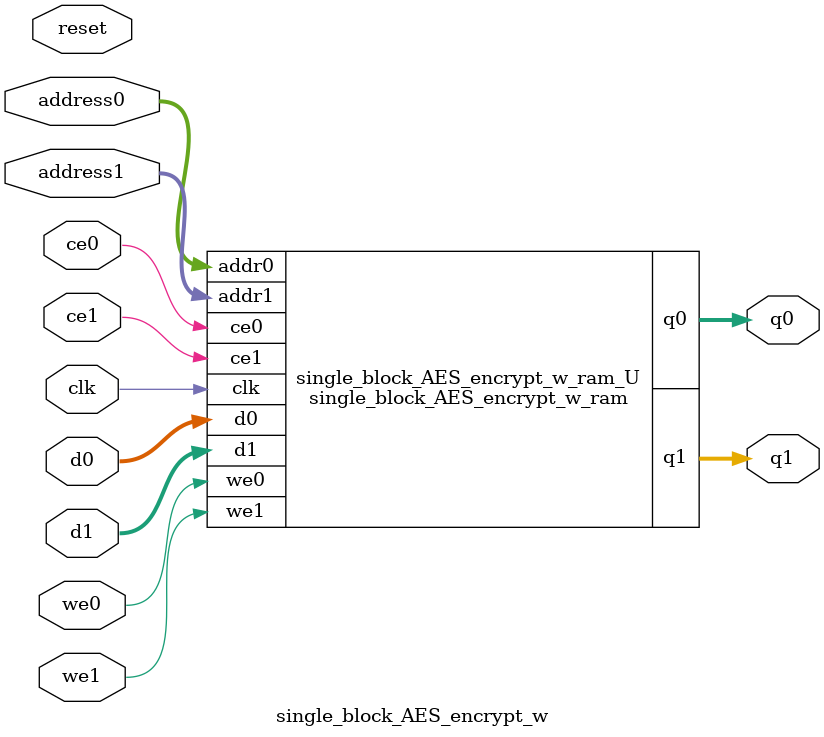
<source format=v>

`timescale 1 ns / 1 ps
module single_block_AES_encrypt_w_ram (addr0, ce0, d0, we0, q0, addr1, ce1, d1, we1, q1,  clk);

parameter DWIDTH = 8;
parameter AWIDTH = 8;
parameter MEM_SIZE = 176;

input[AWIDTH-1:0] addr0;
input ce0;
input[DWIDTH-1:0] d0;
input we0;
output reg[DWIDTH-1:0] q0;
input[AWIDTH-1:0] addr1;
input ce1;
input[DWIDTH-1:0] d1;
input we1;
output reg[DWIDTH-1:0] q1;
input clk;

(* ram_style = "block" *)reg [DWIDTH-1:0] ram[MEM_SIZE-1:0];




always @(posedge clk)  
begin 
    if (ce0) 
    begin
        if (we0) 
        begin 
            ram[addr0] <= d0; 
            q0 <= d0;
        end 
        else 
            q0 <= ram[addr0];
    end
end


always @(posedge clk)  
begin 
    if (ce1) 
    begin
        if (we1) 
        begin 
            ram[addr1] <= d1; 
            q1 <= d1;
        end 
        else 
            q1 <= ram[addr1];
    end
end


endmodule


`timescale 1 ns / 1 ps
module single_block_AES_encrypt_w(
    reset,
    clk,
    address0,
    ce0,
    we0,
    d0,
    q0,
    address1,
    ce1,
    we1,
    d1,
    q1);

parameter DataWidth = 32'd8;
parameter AddressRange = 32'd176;
parameter AddressWidth = 32'd8;
input reset;
input clk;
input[AddressWidth - 1:0] address0;
input ce0;
input we0;
input[DataWidth - 1:0] d0;
output[DataWidth - 1:0] q0;
input[AddressWidth - 1:0] address1;
input ce1;
input we1;
input[DataWidth - 1:0] d1;
output[DataWidth - 1:0] q1;



single_block_AES_encrypt_w_ram single_block_AES_encrypt_w_ram_U(
    .clk( clk ),
    .addr0( address0 ),
    .ce0( ce0 ),
    .d0( d0 ),
    .we0( we0 ),
    .q0( q0 ),
    .addr1( address1 ),
    .ce1( ce1 ),
    .d1( d1 ),
    .we1( we1 ),
    .q1( q1 ));

endmodule


</source>
